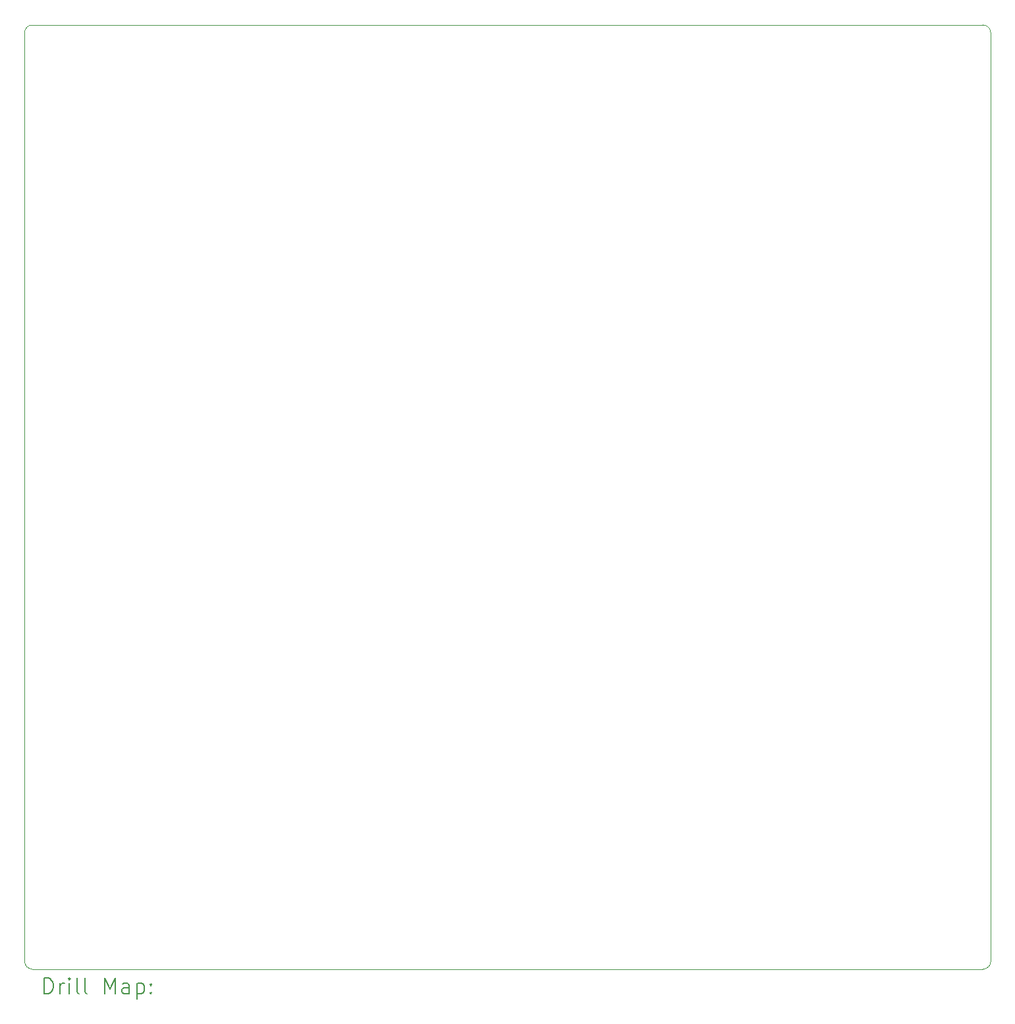
<source format=gbr>
%TF.GenerationSoftware,KiCad,Pcbnew,(6.0.8)*%
%TF.CreationDate,2023-06-01T04:18:16+02:00*%
%TF.ProjectId,pdms,70646d73-2e6b-4696-9361-645f70636258,rev?*%
%TF.SameCoordinates,Original*%
%TF.FileFunction,Drillmap*%
%TF.FilePolarity,Positive*%
%FSLAX45Y45*%
G04 Gerber Fmt 4.5, Leading zero omitted, Abs format (unit mm)*
G04 Created by KiCad (PCBNEW (6.0.8)) date 2023-06-01 04:18:16*
%MOMM*%
%LPD*%
G01*
G04 APERTURE LIST*
%ADD10C,0.100000*%
%ADD11C,0.200000*%
G04 APERTURE END LIST*
D10*
X14065711Y-16174289D02*
X14065711Y-4243289D01*
X1645711Y-4243289D02*
X1645711Y-16174289D01*
X14065711Y-4243289D02*
G75*
G03*
X13965711Y-4143289I-100001J-1D01*
G01*
X1745711Y-4143291D02*
G75*
G03*
X1645711Y-4243289I-1J-99999D01*
G01*
X1745711Y-16274289D02*
X13965711Y-16274289D01*
X13965711Y-4143289D02*
X1745711Y-4143289D01*
X1645711Y-16174289D02*
G75*
G03*
X1745711Y-16274289I99999J-1D01*
G01*
X13965711Y-16274291D02*
G75*
G03*
X14065711Y-16174289I-1J100001D01*
G01*
D11*
X1898330Y-16589765D02*
X1898330Y-16389765D01*
X1945949Y-16389765D01*
X1974520Y-16399289D01*
X1993568Y-16418337D01*
X2003092Y-16437384D01*
X2012615Y-16475480D01*
X2012615Y-16504051D01*
X2003092Y-16542146D01*
X1993568Y-16561194D01*
X1974520Y-16580242D01*
X1945949Y-16589765D01*
X1898330Y-16589765D01*
X2098330Y-16589765D02*
X2098330Y-16456432D01*
X2098330Y-16494527D02*
X2107854Y-16475480D01*
X2117377Y-16465956D01*
X2136425Y-16456432D01*
X2155473Y-16456432D01*
X2222139Y-16589765D02*
X2222139Y-16456432D01*
X2222139Y-16389765D02*
X2212615Y-16399289D01*
X2222139Y-16408813D01*
X2231663Y-16399289D01*
X2222139Y-16389765D01*
X2222139Y-16408813D01*
X2345949Y-16589765D02*
X2326901Y-16580242D01*
X2317377Y-16561194D01*
X2317377Y-16389765D01*
X2450711Y-16589765D02*
X2431663Y-16580242D01*
X2422139Y-16561194D01*
X2422139Y-16389765D01*
X2679282Y-16589765D02*
X2679282Y-16389765D01*
X2745949Y-16532623D01*
X2812615Y-16389765D01*
X2812615Y-16589765D01*
X2993568Y-16589765D02*
X2993568Y-16485003D01*
X2984044Y-16465956D01*
X2964996Y-16456432D01*
X2926901Y-16456432D01*
X2907853Y-16465956D01*
X2993568Y-16580242D02*
X2974520Y-16589765D01*
X2926901Y-16589765D01*
X2907853Y-16580242D01*
X2898330Y-16561194D01*
X2898330Y-16542146D01*
X2907853Y-16523099D01*
X2926901Y-16513575D01*
X2974520Y-16513575D01*
X2993568Y-16504051D01*
X3088806Y-16456432D02*
X3088806Y-16656432D01*
X3088806Y-16465956D02*
X3107853Y-16456432D01*
X3145949Y-16456432D01*
X3164996Y-16465956D01*
X3174520Y-16475480D01*
X3184044Y-16494527D01*
X3184044Y-16551670D01*
X3174520Y-16570718D01*
X3164996Y-16580242D01*
X3145949Y-16589765D01*
X3107853Y-16589765D01*
X3088806Y-16580242D01*
X3269758Y-16570718D02*
X3279282Y-16580242D01*
X3269758Y-16589765D01*
X3260234Y-16580242D01*
X3269758Y-16570718D01*
X3269758Y-16589765D01*
X3269758Y-16465956D02*
X3279282Y-16475480D01*
X3269758Y-16485003D01*
X3260234Y-16475480D01*
X3269758Y-16465956D01*
X3269758Y-16485003D01*
M02*

</source>
